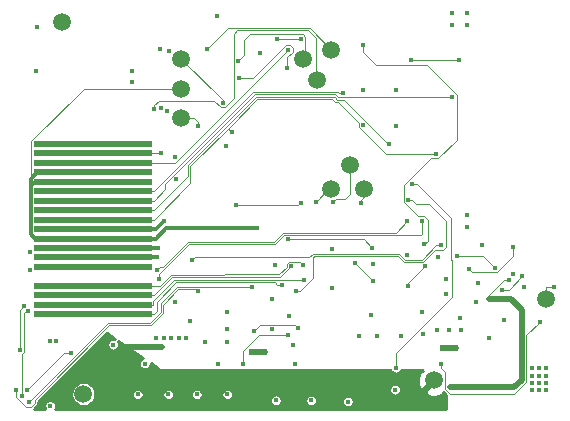
<source format=gbr>
G04 #@! TF.GenerationSoftware,KiCad,Pcbnew,(5.1.5)-3*
G04 #@! TF.CreationDate,2020-06-04T21:55:03-04:00*
G04 #@! TF.ProjectId,SmartWatch V4,536d6172-7457-4617-9463-682056342e6b,rev?*
G04 #@! TF.SameCoordinates,Original*
G04 #@! TF.FileFunction,Copper,L4,Bot*
G04 #@! TF.FilePolarity,Positive*
%FSLAX46Y46*%
G04 Gerber Fmt 4.6, Leading zero omitted, Abs format (unit mm)*
G04 Created by KiCad (PCBNEW (5.1.5)-3) date 2020-06-04 21:55:03*
%MOMM*%
%LPD*%
G04 APERTURE LIST*
%ADD10R,10.000000X0.500000*%
%ADD11C,1.500000*%
%ADD12R,1.600000X0.500000*%
%ADD13C,0.500000*%
%ADD14C,0.450000*%
%ADD15C,0.120000*%
%ADD16C,0.100000*%
%ADD17C,0.300000*%
%ADD18C,0.500000*%
%ADD19C,0.254000*%
G04 APERTURE END LIST*
D10*
X130450000Y-88800000D03*
X130450000Y-88000000D03*
X130450000Y-87200000D03*
X130450000Y-86400000D03*
X130450000Y-84800000D03*
X130450000Y-84000000D03*
X130450000Y-83200000D03*
X130450000Y-82400000D03*
X130450000Y-81600000D03*
X130450000Y-80800000D03*
X130450000Y-80000000D03*
X130450000Y-79200000D03*
X130450000Y-78400000D03*
X130450000Y-77600000D03*
X130450000Y-76800000D03*
X130450000Y-76000000D03*
X130450000Y-75200000D03*
X130450000Y-74400000D03*
D11*
X137900000Y-67200000D03*
X137900000Y-69700000D03*
X137900000Y-72200000D03*
D12*
X144400000Y-92000000D03*
D13*
X143850000Y-92000000D03*
X144950000Y-92000000D03*
D11*
X148200000Y-67200000D03*
X149400000Y-69000000D03*
X150600000Y-66400000D03*
X153400000Y-78200000D03*
X150600000Y-78200000D03*
X152200000Y-76200000D03*
D13*
X161150000Y-91700000D03*
X160050000Y-91700000D03*
D12*
X160600000Y-91700000D03*
D11*
X129603500Y-95567500D03*
X127800000Y-64100000D03*
X168732200Y-87553800D03*
X159300000Y-94400000D03*
D14*
X141000000Y-93000000D03*
X141800000Y-95600000D03*
X139200000Y-95600000D03*
X136800000Y-95600000D03*
X134200000Y-95600000D03*
X134800000Y-93000000D03*
X160274000Y-87122000D03*
X160274000Y-85852000D03*
X132130800Y-91389200D03*
X152908000Y-90678000D03*
X145900000Y-96100000D03*
X162100000Y-81400000D03*
X162100000Y-80400000D03*
X156100000Y-72900000D03*
X153300000Y-72800000D03*
X156100000Y-69800000D03*
X153300000Y-69800000D03*
X162100000Y-64300000D03*
X162100000Y-63300000D03*
X138600000Y-89400000D03*
X147000000Y-89000000D03*
X152000000Y-96200000D03*
X167600000Y-93400000D03*
X168200000Y-93400000D03*
X168800000Y-93400000D03*
X168800000Y-94000000D03*
X168200000Y-94000000D03*
X167600000Y-94000000D03*
X167600000Y-94600000D03*
X168200000Y-94600000D03*
X168800000Y-94600000D03*
X167600000Y-95200000D03*
X168200000Y-95200000D03*
X168800000Y-95200000D03*
X156464000Y-90678000D03*
X158400000Y-90500000D03*
X150650000Y-86550000D03*
X154150000Y-84550000D03*
X156000000Y-95200000D03*
X140900000Y-63600000D03*
X144595000Y-66685000D03*
X125700000Y-64500000D03*
X125600000Y-68200000D03*
X125075000Y-83550000D03*
X127810000Y-64090000D03*
X153924000Y-88900000D03*
X126754797Y-91033600D03*
X126796800Y-96570800D03*
X135763000Y-90805000D03*
X136398000Y-90805000D03*
X137033000Y-90805000D03*
X137668000Y-90805000D03*
X138303000Y-90805000D03*
X162839400Y-87807800D03*
X165227000Y-89255600D03*
X163906200Y-90805000D03*
X147320000Y-91414600D03*
X136170000Y-75200000D03*
X137347107Y-75472561D03*
X137460000Y-77400000D03*
X136400000Y-80920000D03*
X135820000Y-83970000D03*
X125065166Y-85065166D03*
X166940000Y-86520000D03*
X133700000Y-68200000D03*
X133700000Y-69150000D03*
X136150000Y-71350000D03*
X136650000Y-71600000D03*
X141700000Y-74550000D03*
X124866400Y-95199200D03*
X128524000Y-92100400D03*
X161493200Y-89154000D03*
X154432000Y-90678000D03*
X160800000Y-64300000D03*
X160800000Y-63300000D03*
X159600000Y-84000000D03*
X157000000Y-83800000D03*
X150650000Y-83300000D03*
X145800000Y-84600000D03*
X148900000Y-96100000D03*
X163347400Y-82956400D03*
X161594800Y-90144600D03*
X160528000Y-90170000D03*
X159512000Y-90170000D03*
X158242000Y-88646000D03*
X127304800Y-91033600D03*
X147497800Y-93014800D03*
X169450000Y-86490000D03*
X137380000Y-87760000D03*
X136100000Y-66350000D03*
X136850000Y-66500000D03*
X147500000Y-96100000D03*
X153000000Y-94200000D03*
X153600000Y-94200000D03*
X154200000Y-94200000D03*
X152400000Y-94400000D03*
X133604000Y-91567000D03*
X134239000Y-91567000D03*
X134874000Y-91567000D03*
X135509000Y-91567000D03*
X136271000Y-91567000D03*
X159650000Y-95950000D03*
X159050000Y-95950000D03*
X160250000Y-95950000D03*
X146000000Y-65500001D03*
X148000000Y-65500001D03*
X129603500Y-95567500D03*
X125018800Y-96266000D03*
X143840200Y-86505010D03*
X138800000Y-84225000D03*
X159909680Y-82957720D03*
X123920600Y-95250000D03*
X139344400Y-86880010D03*
X168224200Y-89433400D03*
X159918400Y-93040200D03*
X161442400Y-67310000D03*
X157327600Y-67310000D03*
X162991800Y-86188200D03*
X144018000Y-90220800D03*
X147800000Y-90000000D03*
X147600000Y-86800000D03*
X157130000Y-79130000D03*
X124409200Y-95758000D03*
X124923779Y-88501118D03*
X136042400Y-85801200D03*
X158295000Y-80900000D03*
X124206000Y-91795600D03*
X124561600Y-88087200D03*
X135839200Y-85039200D03*
X157025000Y-80900000D03*
X158481518Y-82881950D03*
X153300000Y-66000000D03*
X165970000Y-83150000D03*
X162230000Y-84990000D03*
X158503454Y-84749293D03*
X157073600Y-86410800D03*
X154149999Y-86010000D03*
X152630000Y-84460000D03*
X164440000Y-84890000D03*
X161213800Y-83870800D03*
X157400263Y-77780000D03*
X156070000Y-93340000D03*
X154080000Y-83170000D03*
X146970000Y-82470000D03*
X148300000Y-85900000D03*
X146400000Y-86300000D03*
X148200000Y-84600000D03*
X147207763Y-84747763D03*
X161692400Y-95000000D03*
X161159000Y-95000000D03*
X160651000Y-95000000D03*
X165980000Y-85430000D03*
X163931600Y-87503000D03*
X165650000Y-85934200D03*
X148005800Y-79375000D03*
X142510000Y-79580000D03*
X139300000Y-72900000D03*
X135960000Y-83160000D03*
X139900000Y-91200000D03*
X141800000Y-91200000D03*
X145600000Y-87500000D03*
X145600000Y-90100000D03*
X141800000Y-90100000D03*
X141800000Y-88600000D03*
X140462000Y-81534000D03*
X141224000Y-81534000D03*
X141986000Y-81534000D03*
X142748000Y-81534000D03*
X143510000Y-81534000D03*
X144272000Y-81534000D03*
X159470000Y-75240000D03*
X141400000Y-70900000D03*
X142200000Y-73400000D03*
X155490000Y-74400000D03*
X160830000Y-70410000D03*
X151560000Y-70040000D03*
X146930000Y-66420000D03*
X150750000Y-79270000D03*
X149270000Y-79270000D03*
X153140000Y-79430000D03*
X150600000Y-66400000D03*
X149310000Y-68700000D03*
X148375000Y-67200000D03*
X146850000Y-67960000D03*
X142740000Y-68820000D03*
X146970000Y-90590000D03*
X143140000Y-93030000D03*
X166735000Y-85610000D03*
X165030000Y-86740000D03*
X140050000Y-66350000D03*
X135600000Y-71450000D03*
X142714999Y-67350000D03*
D15*
X127800000Y-64100000D02*
X127810000Y-64090000D01*
X127685000Y-75200000D02*
X130450000Y-75200000D01*
D16*
X130450000Y-75200000D02*
X136170000Y-75200000D01*
D17*
X136400000Y-80950000D02*
X136400000Y-80920000D01*
X130450000Y-81600000D02*
X135750000Y-81600000D01*
X135750000Y-81600000D02*
X136400000Y-80950000D01*
X135780000Y-83970000D02*
X135820000Y-83970000D01*
X130450000Y-84000000D02*
X135750000Y-84000000D01*
X135750000Y-84000000D02*
X135780000Y-83970000D01*
D16*
X124866400Y-95199200D02*
X127965200Y-92100400D01*
X127965200Y-92100400D02*
X128524000Y-92100400D01*
X168735340Y-86490000D02*
X169450000Y-86490000D01*
X168732200Y-87553800D02*
X168732200Y-86493140D01*
X168732200Y-86493140D02*
X168735340Y-86490000D01*
D18*
X136271000Y-91567000D02*
X132969000Y-91567000D01*
D16*
X146000000Y-65500001D02*
X148000000Y-65500001D01*
X125018800Y-96266000D02*
X131724400Y-89560400D01*
X135209602Y-89560400D02*
X136144000Y-88626002D01*
X131724400Y-89560400D02*
X135209602Y-89560400D01*
X136144000Y-88626002D02*
X136144000Y-87884000D01*
X136144000Y-87884000D02*
X137522990Y-86505010D01*
X137522990Y-86505010D02*
X143840200Y-86505010D01*
D15*
X159467280Y-82957720D02*
X159909680Y-82957720D01*
X156815199Y-84185001D02*
X158239999Y-84185001D01*
X158239999Y-84185001D02*
X159467280Y-82957720D01*
X139024999Y-84000001D02*
X148729999Y-84000001D01*
X138800000Y-84225000D02*
X139024999Y-84000001D01*
X149040000Y-83690000D02*
X156330000Y-83690000D01*
X148729999Y-84000001D02*
X149040000Y-83690000D01*
X156330000Y-83699802D02*
X156815199Y-84185001D01*
X156330000Y-83690000D02*
X156330000Y-83699802D01*
D16*
X125198801Y-96641001D02*
X125476000Y-96363802D01*
X124737199Y-96641001D02*
X125198801Y-96641001D01*
X123920600Y-95250000D02*
X123920600Y-95824402D01*
X125476000Y-96363802D02*
X125476000Y-96091656D01*
X123920600Y-95824402D02*
X124737199Y-96641001D01*
X131807246Y-89760410D02*
X135292448Y-89760410D01*
X125476000Y-96091656D02*
X131807246Y-89760410D01*
X135292448Y-89760410D02*
X136344010Y-88708848D01*
X136344010Y-87988790D02*
X137627780Y-86705020D01*
X136344010Y-88708848D02*
X136344010Y-87988790D01*
X137627780Y-86705020D02*
X139169410Y-86705020D01*
X139169410Y-86705020D02*
X139344400Y-86880010D01*
X167100210Y-90557390D02*
X168224200Y-89433400D01*
X167100210Y-94526689D02*
X167100210Y-90557390D01*
X166051899Y-95575000D02*
X167100210Y-94526689D01*
X160660301Y-95575000D02*
X166051899Y-95575000D01*
X160250990Y-95165689D02*
X160660301Y-95575000D01*
X160250990Y-93690988D02*
X160250990Y-95165689D01*
X159918400Y-93358398D02*
X160250990Y-93690988D01*
X159918400Y-93040200D02*
X159918400Y-93358398D01*
X161442400Y-67310000D02*
X157327600Y-67310000D01*
D15*
X147514999Y-89714999D02*
X147800000Y-90000000D01*
X147969802Y-86800000D02*
X149040000Y-85729802D01*
X147600000Y-86800000D02*
X147969802Y-86800000D01*
X149040000Y-84030000D02*
X149159990Y-83910010D01*
X149040000Y-85729802D02*
X149040000Y-84030000D01*
X160294681Y-83142521D02*
X160294681Y-82294681D01*
X160094481Y-83342721D02*
X160294681Y-83142521D01*
X149159990Y-83910010D02*
X156229067Y-83910010D01*
X156229067Y-83910010D02*
X156724068Y-84405011D01*
X156724068Y-84405011D02*
X158331130Y-84405011D01*
X158331130Y-84405011D02*
X159393420Y-83342721D01*
X159393420Y-83342721D02*
X160094481Y-83342721D01*
D16*
X144731399Y-89714999D02*
X144523801Y-89714999D01*
X144523801Y-89714999D02*
X144018000Y-90220800D01*
D15*
X144731399Y-89714999D02*
X147514999Y-89714999D01*
D16*
X157448198Y-79130000D02*
X157758198Y-79440000D01*
X157130000Y-79130000D02*
X157448198Y-79130000D01*
X157758198Y-79440000D02*
X158840000Y-79440000D01*
X160290000Y-80890000D02*
X160290000Y-82280000D01*
X158840000Y-79440000D02*
X160290000Y-80890000D01*
D15*
X160294681Y-82294681D02*
X160290000Y-82280000D01*
D16*
X124581001Y-91975601D02*
X124581001Y-88716201D01*
X124409200Y-95758000D02*
X124409200Y-92147402D01*
X124409200Y-92147402D02*
X124581001Y-91975601D01*
X124581001Y-88716201D02*
X124796084Y-88501118D01*
X124796084Y-88501118D02*
X124923779Y-88501118D01*
X136042400Y-85394800D02*
X136042400Y-85801200D01*
X136042400Y-85394800D02*
X138582400Y-82854800D01*
X146608800Y-82092800D02*
X158202200Y-82092800D01*
X138582400Y-82854800D02*
X145846800Y-82854800D01*
X145846800Y-82854800D02*
X146608800Y-82092800D01*
X158202200Y-82092800D02*
X158295000Y-82000000D01*
X158295000Y-82000000D02*
X158295000Y-80900000D01*
X124206000Y-91795600D02*
X124206000Y-88442800D01*
X124206000Y-88442800D02*
X124561600Y-88087200D01*
X136064199Y-84814201D02*
X136340143Y-84814201D01*
X135839200Y-85039200D02*
X136064199Y-84814201D01*
X138499554Y-82654790D02*
X145763954Y-82654790D01*
X136340143Y-84814201D02*
X138499554Y-82654790D01*
X145763954Y-82654790D02*
X146525952Y-81892792D01*
X146525952Y-81892792D02*
X156032208Y-81892792D01*
X156032208Y-81892792D02*
X157025000Y-80900000D01*
X157969997Y-80524999D02*
X156754999Y-79310001D01*
X158757154Y-80807152D02*
X158475001Y-80524999D01*
X158660003Y-67685001D02*
X154415001Y-67685001D01*
X158481518Y-82881950D02*
X158757154Y-82606314D01*
X159010260Y-75615001D02*
X159650001Y-75615001D01*
X159650001Y-75615001D02*
X161205001Y-74060001D01*
X158757154Y-82606314D02*
X158757154Y-80807152D01*
X156754999Y-79310001D02*
X156754999Y-77870262D01*
X161205001Y-70229999D02*
X158660003Y-67685001D01*
X156754999Y-77870262D02*
X159010260Y-75615001D01*
X158475001Y-80524999D02*
X157969997Y-80524999D01*
X161205001Y-74060001D02*
X161205001Y-70229999D01*
X154415001Y-67685001D02*
X153300000Y-66570000D01*
X153300000Y-66570000D02*
X153300000Y-66000000D01*
X162505001Y-85265001D02*
X162230000Y-84990000D01*
X164620001Y-85265001D02*
X162505001Y-85265001D01*
X165970000Y-83150000D02*
X165970000Y-83915002D01*
X165970000Y-83915002D02*
X164620001Y-85265001D01*
X158503454Y-84749293D02*
X157073600Y-86179147D01*
X157073600Y-86179147D02*
X157073600Y-86410800D01*
X154149999Y-86010000D02*
X152630000Y-84490001D01*
X152630000Y-84490001D02*
X152630000Y-84460000D01*
X164440000Y-84890000D02*
X163420800Y-83870800D01*
X163420800Y-83870800D02*
X161213800Y-83870800D01*
D15*
X156070000Y-92099802D02*
X156070000Y-93340000D01*
X160835001Y-87334801D02*
X156070000Y-92099802D01*
X157824802Y-77780000D02*
X160734701Y-80689899D01*
X160734701Y-80689899D02*
X160734701Y-84174899D01*
X157400263Y-77780000D02*
X157824802Y-77780000D01*
X160734701Y-84174899D02*
X160835001Y-84275199D01*
X160835001Y-84275199D02*
X160835001Y-87334801D01*
X154080000Y-83170000D02*
X153380000Y-82470000D01*
X153380000Y-82470000D02*
X146970000Y-82470000D01*
X137300000Y-85900000D02*
X148300000Y-85900000D01*
X135500000Y-87700000D02*
X137300000Y-85900000D01*
X130450000Y-88000000D02*
X135500000Y-88000000D01*
X135500000Y-87700000D02*
X135500000Y-88000000D01*
X135570000Y-88800000D02*
X135800000Y-88570000D01*
X130450000Y-88800000D02*
X135570000Y-88800000D01*
X135800000Y-87800000D02*
X137479990Y-86120010D01*
X135800000Y-88570000D02*
X135800000Y-87800000D01*
X137479990Y-86120010D02*
X140100000Y-86120010D01*
X146400000Y-86300000D02*
X146000000Y-86300000D01*
X146000000Y-86300000D02*
X145820010Y-86120010D01*
X145820010Y-86120010D02*
X139379990Y-86120010D01*
X147022962Y-84362762D02*
X147962762Y-84362762D01*
X147962762Y-84362762D02*
X148200000Y-84600000D01*
X146822762Y-84562962D02*
X147022962Y-84362762D01*
X146822762Y-84777238D02*
X146822762Y-84562962D01*
X136058859Y-86400000D02*
X136998879Y-85459980D01*
X136998879Y-85459980D02*
X146000000Y-85400000D01*
X130450000Y-86400000D02*
X136058859Y-86400000D01*
X146000000Y-85400000D02*
X146200000Y-85400000D01*
X146200000Y-85400000D02*
X146822762Y-84777238D01*
X147207763Y-84747763D02*
X146275536Y-85679990D01*
X135570000Y-87200000D02*
X130450000Y-87200000D01*
X137090010Y-85679990D02*
X135570000Y-87200000D01*
X146275536Y-85679990D02*
X137090010Y-85679990D01*
D16*
X163931600Y-87478400D02*
X163931600Y-87503000D01*
D18*
X165785800Y-87503000D02*
X163931600Y-87503000D01*
X166700200Y-88417400D02*
X165785800Y-87503000D01*
X166700200Y-94361000D02*
X166700200Y-88417400D01*
X166061200Y-95000000D02*
X166700200Y-94361000D01*
X160651000Y-95000000D02*
X166061200Y-95000000D01*
D16*
X163931600Y-87184802D02*
X163931600Y-87503000D01*
X165182202Y-85934200D02*
X163931600Y-87184802D01*
X165650000Y-85934200D02*
X165182202Y-85934200D01*
X147904200Y-79273400D02*
X148005800Y-79375000D01*
X147800800Y-79580000D02*
X148005800Y-79375000D01*
X142510000Y-79580000D02*
X147800800Y-79580000D01*
X139300000Y-72539340D02*
X139300000Y-72900000D01*
X137900000Y-72200000D02*
X138960660Y-72200000D01*
X138960660Y-72200000D02*
X139300000Y-72539340D01*
D17*
X130490000Y-83160000D02*
X130450000Y-83200000D01*
X135960000Y-83160000D02*
X130490000Y-83160000D01*
X125549998Y-77600000D02*
X130450000Y-77600000D01*
X125199999Y-77949999D02*
X125549998Y-77600000D01*
X125549998Y-82400000D02*
X125199999Y-82050001D01*
X130450000Y-82400000D02*
X125549998Y-82400000D01*
X125700000Y-76800000D02*
X130450000Y-76800000D01*
X125199999Y-78099999D02*
X125150000Y-78050000D01*
X125199999Y-82050001D02*
X125199999Y-78099999D01*
X125150000Y-77350000D02*
X125700000Y-76800000D01*
X125199999Y-78099999D02*
X125199999Y-77949999D01*
X143953802Y-81534000D02*
X144272000Y-81534000D01*
X136616000Y-81534000D02*
X143953802Y-81534000D01*
X135750000Y-82400000D02*
X136616000Y-81534000D01*
X130450000Y-82400000D02*
X135750000Y-82400000D01*
D16*
X125200000Y-74129998D02*
X125200000Y-77800000D01*
X129629998Y-69700000D02*
X125200000Y-74129998D01*
X137900000Y-69700000D02*
X129629998Y-69700000D01*
D17*
X125150000Y-78050000D02*
X125200000Y-77800000D01*
X125200000Y-77800000D02*
X125150000Y-77350000D01*
D16*
X135550000Y-80800000D02*
X138670000Y-77680000D01*
X130450000Y-80800000D02*
X135550000Y-80800000D01*
X138670000Y-77680000D02*
X138670000Y-76290000D01*
X144339990Y-70620010D02*
X150690010Y-70620010D01*
X150690010Y-70620010D02*
X150940000Y-70870000D01*
X151175000Y-70870000D02*
X152924999Y-72619999D01*
X150940000Y-70870000D02*
X151175000Y-70870000D01*
X155184998Y-75240000D02*
X159470000Y-75240000D01*
X152924999Y-72980001D02*
X155184998Y-75240000D01*
X152924999Y-72619999D02*
X152924999Y-72980001D01*
X137900000Y-67200000D02*
X141400000Y-70700000D01*
X141400000Y-70700000D02*
X141400000Y-70900000D01*
X141975001Y-73024999D02*
X142100000Y-72900000D01*
X142200000Y-73400000D02*
X141975001Y-73175001D01*
X141975001Y-73175001D02*
X141975001Y-73024999D01*
X138670000Y-76290000D02*
X142100000Y-72900000D01*
X142100000Y-72900000D02*
X144339990Y-70620010D01*
X135550000Y-80000000D02*
X138450000Y-77100000D01*
X130450000Y-80000000D02*
X135550000Y-80000000D01*
X138450000Y-77100000D02*
X138450000Y-76210000D01*
X138450000Y-76210000D02*
X144240000Y-70420000D01*
X150907134Y-70420000D02*
X151117134Y-70630000D01*
X144240000Y-70420000D02*
X150907134Y-70420000D01*
X151685002Y-70630000D02*
X155420000Y-74364998D01*
X151117134Y-70630000D02*
X151685002Y-70630000D01*
X155420000Y-74364998D02*
X155454998Y-74364998D01*
X155454998Y-74364998D02*
X155490000Y-74400000D01*
X136520000Y-77784998D02*
X144134988Y-70170010D01*
X136520000Y-78230000D02*
X136520000Y-77784998D01*
X130450000Y-79200000D02*
X135550000Y-79200000D01*
X135550000Y-79200000D02*
X136520000Y-78230000D01*
X144134988Y-70170010D02*
X150940000Y-70170010D01*
X160824999Y-70415001D02*
X160830000Y-70410000D01*
X150940000Y-70170010D02*
X151184991Y-70415001D01*
X151184991Y-70415001D02*
X160824999Y-70415001D01*
X135550000Y-78400000D02*
X143980000Y-69970000D01*
X130450000Y-78400000D02*
X135550000Y-78400000D01*
X143980000Y-69970000D02*
X151170000Y-69970000D01*
X151240000Y-70040000D02*
X151560000Y-70040000D01*
X151170000Y-69970000D02*
X151240000Y-70040000D01*
D15*
X130450000Y-76000000D02*
X127300000Y-76000000D01*
D16*
X130450000Y-76000000D02*
X137350000Y-76000000D01*
X137350000Y-76000000D02*
X146930000Y-66420000D01*
X150974999Y-79045001D02*
X151754999Y-79045001D01*
X150750000Y-79270000D02*
X150974999Y-79045001D01*
X152200000Y-78600000D02*
X152200000Y-76200000D01*
X151754999Y-79045001D02*
X152200000Y-78600000D01*
X150340000Y-78200000D02*
X150600000Y-78200000D01*
X149270000Y-79270000D02*
X150340000Y-78200000D01*
X153400000Y-78851802D02*
X153400000Y-78200000D01*
X153140000Y-79111802D02*
X153400000Y-78851802D01*
X153140000Y-79430000D02*
X153140000Y-79111802D01*
X149400000Y-69000000D02*
X149400000Y-68790000D01*
X149400000Y-68790000D02*
X149310000Y-68700000D01*
D15*
X143960198Y-68820000D02*
X142740000Y-68820000D01*
X146745199Y-66034999D02*
X143960198Y-68820000D01*
X146850000Y-67069802D02*
X147315001Y-66604801D01*
X146850000Y-67960000D02*
X146850000Y-67069802D01*
X147315001Y-66604801D02*
X147315001Y-66235199D01*
X147315001Y-66235199D02*
X147114801Y-66034999D01*
X147114801Y-66034999D02*
X146745199Y-66034999D01*
X143140000Y-91921998D02*
X143140000Y-93030000D01*
X146970000Y-90590000D02*
X144471998Y-90590000D01*
X144471998Y-90590000D02*
X143140000Y-91921998D01*
D16*
X166735000Y-85610000D02*
X165605000Y-86740000D01*
X165605000Y-86740000D02*
X165030000Y-86740000D01*
X141850000Y-64550000D02*
X140050000Y-66350000D01*
X150600000Y-66400000D02*
X148750000Y-64550000D01*
X148750000Y-64550000D02*
X141850000Y-64550000D01*
X142339999Y-70515003D02*
X142339999Y-65060001D01*
X141580001Y-71275001D02*
X142339999Y-70515003D01*
X135600000Y-71131802D02*
X136011803Y-70719999D01*
X135600000Y-71450000D02*
X135600000Y-71131802D01*
X140664997Y-70719999D02*
X141219999Y-71275001D01*
X142339999Y-65060001D02*
X142649990Y-64750010D01*
X136011803Y-70719999D02*
X140664997Y-70719999D01*
X141219999Y-71275001D02*
X141580001Y-71275001D01*
X142649990Y-64750010D02*
X148600010Y-64750010D01*
X149310000Y-68381802D02*
X149310000Y-68700000D01*
X149310000Y-65460000D02*
X149310000Y-68381802D01*
X148600010Y-64750010D02*
X149310000Y-65460000D01*
X148180001Y-65125000D02*
X148375001Y-65320000D01*
X143225000Y-65625000D02*
X143750000Y-65100000D01*
X143750000Y-65100000D02*
X148180001Y-65125000D01*
X143225000Y-66839999D02*
X143225000Y-65625000D01*
X148375001Y-65320000D02*
X148375000Y-67200000D01*
X142714999Y-67350000D02*
X143225000Y-66839999D01*
D19*
G36*
X132316955Y-90922947D02*
G01*
X132277228Y-90906492D01*
X132180243Y-90887200D01*
X132081357Y-90887200D01*
X131984372Y-90906492D01*
X131893014Y-90944333D01*
X131810794Y-90999271D01*
X131740871Y-91069194D01*
X131685933Y-91151414D01*
X131648092Y-91242772D01*
X131628800Y-91339757D01*
X131628800Y-91438643D01*
X131648092Y-91535628D01*
X131685933Y-91626986D01*
X131740871Y-91709206D01*
X131810794Y-91779129D01*
X131893014Y-91834067D01*
X131984372Y-91871908D01*
X132081357Y-91891200D01*
X132180243Y-91891200D01*
X132277228Y-91871908D01*
X132368586Y-91834067D01*
X132450806Y-91779129D01*
X132520729Y-91709206D01*
X132575667Y-91626986D01*
X132613508Y-91535628D01*
X132632800Y-91438643D01*
X132632800Y-91339757D01*
X132613508Y-91242772D01*
X132575667Y-91151414D01*
X132520729Y-91069194D01*
X132495289Y-91043754D01*
X134666666Y-92514687D01*
X134653572Y-92517292D01*
X134562214Y-92555133D01*
X134479994Y-92610071D01*
X134410071Y-92679994D01*
X134355133Y-92762214D01*
X134317292Y-92853572D01*
X134298000Y-92950557D01*
X134298000Y-93049443D01*
X134317292Y-93146428D01*
X134355133Y-93237786D01*
X134410071Y-93320006D01*
X134479994Y-93389929D01*
X134562214Y-93444867D01*
X134653572Y-93482708D01*
X134750557Y-93502000D01*
X134849443Y-93502000D01*
X134946428Y-93482708D01*
X135037786Y-93444867D01*
X135120006Y-93389929D01*
X135189929Y-93320006D01*
X135244867Y-93237786D01*
X135282708Y-93146428D01*
X135302000Y-93049443D01*
X135302000Y-92950557D01*
X135300740Y-92944221D01*
X136128772Y-93505146D01*
X136150654Y-93517021D01*
X136174432Y-93524400D01*
X136200000Y-93527000D01*
X143065421Y-93527000D01*
X143090557Y-93532000D01*
X143189443Y-93532000D01*
X143214579Y-93527000D01*
X155604097Y-93527000D01*
X155625133Y-93577786D01*
X155680071Y-93660006D01*
X155749994Y-93729929D01*
X155832214Y-93784867D01*
X155923572Y-93822708D01*
X156020557Y-93842000D01*
X156119443Y-93842000D01*
X156216428Y-93822708D01*
X156307786Y-93784867D01*
X156390006Y-93729929D01*
X156459929Y-93660006D01*
X156514867Y-93577786D01*
X156535903Y-93527000D01*
X158247392Y-93527000D01*
X158343005Y-93622613D01*
X158104140Y-93688137D01*
X157988240Y-93935116D01*
X157922750Y-94199960D01*
X157910188Y-94472492D01*
X157951035Y-94742238D01*
X158043723Y-94998832D01*
X158104140Y-95111863D01*
X158343007Y-95177388D01*
X159120395Y-94400000D01*
X159106253Y-94385858D01*
X159285858Y-94206253D01*
X159300000Y-94220395D01*
X159314143Y-94206253D01*
X159493748Y-94385858D01*
X159479605Y-94400000D01*
X159493748Y-94414143D01*
X159314143Y-94593748D01*
X159300000Y-94579605D01*
X158522612Y-95356993D01*
X158588137Y-95595860D01*
X158835116Y-95711760D01*
X159099960Y-95777250D01*
X159372492Y-95789812D01*
X159642238Y-95748965D01*
X159898832Y-95656277D01*
X160011863Y-95595860D01*
X160056391Y-95433537D01*
X160273000Y-95650147D01*
X160273000Y-96873000D01*
X127198627Y-96873000D01*
X127241667Y-96808586D01*
X127279508Y-96717228D01*
X127298800Y-96620243D01*
X127298800Y-96521357D01*
X127279508Y-96424372D01*
X127241667Y-96333014D01*
X127186729Y-96250794D01*
X127116806Y-96180871D01*
X127034586Y-96125933D01*
X126943228Y-96088092D01*
X126846243Y-96068800D01*
X126747357Y-96068800D01*
X126650372Y-96088092D01*
X126559014Y-96125933D01*
X126476794Y-96180871D01*
X126406871Y-96250794D01*
X126351933Y-96333014D01*
X126314092Y-96424372D01*
X126294800Y-96521357D01*
X126294800Y-96620243D01*
X126314092Y-96717228D01*
X126351933Y-96808586D01*
X126394973Y-96873000D01*
X125431426Y-96873000D01*
X125441389Y-96860860D01*
X125695865Y-96606385D01*
X125708343Y-96596145D01*
X125749206Y-96546352D01*
X125779570Y-96489545D01*
X125789002Y-96458451D01*
X125798268Y-96427906D01*
X125804582Y-96363802D01*
X125803000Y-96347741D01*
X125803000Y-96227103D01*
X126563754Y-95466349D01*
X128576500Y-95466349D01*
X128576500Y-95668651D01*
X128615967Y-95867065D01*
X128693385Y-96053967D01*
X128805777Y-96222174D01*
X128948826Y-96365223D01*
X129117033Y-96477615D01*
X129303935Y-96555033D01*
X129502349Y-96594500D01*
X129704651Y-96594500D01*
X129903065Y-96555033D01*
X130089967Y-96477615D01*
X130258174Y-96365223D01*
X130401223Y-96222174D01*
X130513615Y-96053967D01*
X130591033Y-95867065D01*
X130630500Y-95668651D01*
X130630500Y-95550557D01*
X133698000Y-95550557D01*
X133698000Y-95649443D01*
X133717292Y-95746428D01*
X133755133Y-95837786D01*
X133810071Y-95920006D01*
X133879994Y-95989929D01*
X133962214Y-96044867D01*
X134053572Y-96082708D01*
X134150557Y-96102000D01*
X134249443Y-96102000D01*
X134346428Y-96082708D01*
X134437786Y-96044867D01*
X134520006Y-95989929D01*
X134589929Y-95920006D01*
X134644867Y-95837786D01*
X134682708Y-95746428D01*
X134702000Y-95649443D01*
X134702000Y-95550557D01*
X136298000Y-95550557D01*
X136298000Y-95649443D01*
X136317292Y-95746428D01*
X136355133Y-95837786D01*
X136410071Y-95920006D01*
X136479994Y-95989929D01*
X136562214Y-96044867D01*
X136653572Y-96082708D01*
X136750557Y-96102000D01*
X136849443Y-96102000D01*
X136946428Y-96082708D01*
X137037786Y-96044867D01*
X137120006Y-95989929D01*
X137189929Y-95920006D01*
X137244867Y-95837786D01*
X137282708Y-95746428D01*
X137302000Y-95649443D01*
X137302000Y-95550557D01*
X138698000Y-95550557D01*
X138698000Y-95649443D01*
X138717292Y-95746428D01*
X138755133Y-95837786D01*
X138810071Y-95920006D01*
X138879994Y-95989929D01*
X138962214Y-96044867D01*
X139053572Y-96082708D01*
X139150557Y-96102000D01*
X139249443Y-96102000D01*
X139346428Y-96082708D01*
X139437786Y-96044867D01*
X139520006Y-95989929D01*
X139589929Y-95920006D01*
X139644867Y-95837786D01*
X139682708Y-95746428D01*
X139702000Y-95649443D01*
X139702000Y-95550557D01*
X141298000Y-95550557D01*
X141298000Y-95649443D01*
X141317292Y-95746428D01*
X141355133Y-95837786D01*
X141410071Y-95920006D01*
X141479994Y-95989929D01*
X141562214Y-96044867D01*
X141653572Y-96082708D01*
X141750557Y-96102000D01*
X141849443Y-96102000D01*
X141946428Y-96082708D01*
X142024048Y-96050557D01*
X145398000Y-96050557D01*
X145398000Y-96149443D01*
X145417292Y-96246428D01*
X145455133Y-96337786D01*
X145510071Y-96420006D01*
X145579994Y-96489929D01*
X145662214Y-96544867D01*
X145753572Y-96582708D01*
X145850557Y-96602000D01*
X145949443Y-96602000D01*
X146046428Y-96582708D01*
X146137786Y-96544867D01*
X146220006Y-96489929D01*
X146289929Y-96420006D01*
X146344867Y-96337786D01*
X146382708Y-96246428D01*
X146402000Y-96149443D01*
X146402000Y-96050557D01*
X148398000Y-96050557D01*
X148398000Y-96149443D01*
X148417292Y-96246428D01*
X148455133Y-96337786D01*
X148510071Y-96420006D01*
X148579994Y-96489929D01*
X148662214Y-96544867D01*
X148753572Y-96582708D01*
X148850557Y-96602000D01*
X148949443Y-96602000D01*
X149046428Y-96582708D01*
X149137786Y-96544867D01*
X149220006Y-96489929D01*
X149289929Y-96420006D01*
X149344867Y-96337786D01*
X149382708Y-96246428D01*
X149401778Y-96150557D01*
X151498000Y-96150557D01*
X151498000Y-96249443D01*
X151517292Y-96346428D01*
X151555133Y-96437786D01*
X151610071Y-96520006D01*
X151679994Y-96589929D01*
X151762214Y-96644867D01*
X151853572Y-96682708D01*
X151950557Y-96702000D01*
X152049443Y-96702000D01*
X152146428Y-96682708D01*
X152237786Y-96644867D01*
X152320006Y-96589929D01*
X152389929Y-96520006D01*
X152444867Y-96437786D01*
X152482708Y-96346428D01*
X152502000Y-96249443D01*
X152502000Y-96150557D01*
X152482708Y-96053572D01*
X152444867Y-95962214D01*
X152389929Y-95879994D01*
X152320006Y-95810071D01*
X152237786Y-95755133D01*
X152146428Y-95717292D01*
X152049443Y-95698000D01*
X151950557Y-95698000D01*
X151853572Y-95717292D01*
X151762214Y-95755133D01*
X151679994Y-95810071D01*
X151610071Y-95879994D01*
X151555133Y-95962214D01*
X151517292Y-96053572D01*
X151498000Y-96150557D01*
X149401778Y-96150557D01*
X149402000Y-96149443D01*
X149402000Y-96050557D01*
X149382708Y-95953572D01*
X149344867Y-95862214D01*
X149289929Y-95779994D01*
X149220006Y-95710071D01*
X149137786Y-95655133D01*
X149046428Y-95617292D01*
X148949443Y-95598000D01*
X148850557Y-95598000D01*
X148753572Y-95617292D01*
X148662214Y-95655133D01*
X148579994Y-95710071D01*
X148510071Y-95779994D01*
X148455133Y-95862214D01*
X148417292Y-95953572D01*
X148398000Y-96050557D01*
X146402000Y-96050557D01*
X146382708Y-95953572D01*
X146344867Y-95862214D01*
X146289929Y-95779994D01*
X146220006Y-95710071D01*
X146137786Y-95655133D01*
X146046428Y-95617292D01*
X145949443Y-95598000D01*
X145850557Y-95598000D01*
X145753572Y-95617292D01*
X145662214Y-95655133D01*
X145579994Y-95710071D01*
X145510071Y-95779994D01*
X145455133Y-95862214D01*
X145417292Y-95953572D01*
X145398000Y-96050557D01*
X142024048Y-96050557D01*
X142037786Y-96044867D01*
X142120006Y-95989929D01*
X142189929Y-95920006D01*
X142244867Y-95837786D01*
X142282708Y-95746428D01*
X142302000Y-95649443D01*
X142302000Y-95550557D01*
X142282708Y-95453572D01*
X142244867Y-95362214D01*
X142189929Y-95279994D01*
X142120006Y-95210071D01*
X142037786Y-95155133D01*
X142026739Y-95150557D01*
X155498000Y-95150557D01*
X155498000Y-95249443D01*
X155517292Y-95346428D01*
X155555133Y-95437786D01*
X155610071Y-95520006D01*
X155679994Y-95589929D01*
X155762214Y-95644867D01*
X155853572Y-95682708D01*
X155950557Y-95702000D01*
X156049443Y-95702000D01*
X156146428Y-95682708D01*
X156237786Y-95644867D01*
X156320006Y-95589929D01*
X156389929Y-95520006D01*
X156444867Y-95437786D01*
X156482708Y-95346428D01*
X156502000Y-95249443D01*
X156502000Y-95150557D01*
X156482708Y-95053572D01*
X156444867Y-94962214D01*
X156389929Y-94879994D01*
X156320006Y-94810071D01*
X156237786Y-94755133D01*
X156146428Y-94717292D01*
X156049443Y-94698000D01*
X155950557Y-94698000D01*
X155853572Y-94717292D01*
X155762214Y-94755133D01*
X155679994Y-94810071D01*
X155610071Y-94879994D01*
X155555133Y-94962214D01*
X155517292Y-95053572D01*
X155498000Y-95150557D01*
X142026739Y-95150557D01*
X141946428Y-95117292D01*
X141849443Y-95098000D01*
X141750557Y-95098000D01*
X141653572Y-95117292D01*
X141562214Y-95155133D01*
X141479994Y-95210071D01*
X141410071Y-95279994D01*
X141355133Y-95362214D01*
X141317292Y-95453572D01*
X141298000Y-95550557D01*
X139702000Y-95550557D01*
X139682708Y-95453572D01*
X139644867Y-95362214D01*
X139589929Y-95279994D01*
X139520006Y-95210071D01*
X139437786Y-95155133D01*
X139346428Y-95117292D01*
X139249443Y-95098000D01*
X139150557Y-95098000D01*
X139053572Y-95117292D01*
X138962214Y-95155133D01*
X138879994Y-95210071D01*
X138810071Y-95279994D01*
X138755133Y-95362214D01*
X138717292Y-95453572D01*
X138698000Y-95550557D01*
X137302000Y-95550557D01*
X137282708Y-95453572D01*
X137244867Y-95362214D01*
X137189929Y-95279994D01*
X137120006Y-95210071D01*
X137037786Y-95155133D01*
X136946428Y-95117292D01*
X136849443Y-95098000D01*
X136750557Y-95098000D01*
X136653572Y-95117292D01*
X136562214Y-95155133D01*
X136479994Y-95210071D01*
X136410071Y-95279994D01*
X136355133Y-95362214D01*
X136317292Y-95453572D01*
X136298000Y-95550557D01*
X134702000Y-95550557D01*
X134682708Y-95453572D01*
X134644867Y-95362214D01*
X134589929Y-95279994D01*
X134520006Y-95210071D01*
X134437786Y-95155133D01*
X134346428Y-95117292D01*
X134249443Y-95098000D01*
X134150557Y-95098000D01*
X134053572Y-95117292D01*
X133962214Y-95155133D01*
X133879994Y-95210071D01*
X133810071Y-95279994D01*
X133755133Y-95362214D01*
X133717292Y-95453572D01*
X133698000Y-95550557D01*
X130630500Y-95550557D01*
X130630500Y-95466349D01*
X130591033Y-95267935D01*
X130513615Y-95081033D01*
X130401223Y-94912826D01*
X130258174Y-94769777D01*
X130089967Y-94657385D01*
X129903065Y-94579967D01*
X129704651Y-94540500D01*
X129502349Y-94540500D01*
X129303935Y-94579967D01*
X129117033Y-94657385D01*
X128948826Y-94769777D01*
X128805777Y-94912826D01*
X128693385Y-95081033D01*
X128615967Y-95267935D01*
X128576500Y-95466349D01*
X126563754Y-95466349D01*
X131595729Y-90434375D01*
X132316955Y-90922947D01*
G37*
X132316955Y-90922947D02*
X132277228Y-90906492D01*
X132180243Y-90887200D01*
X132081357Y-90887200D01*
X131984372Y-90906492D01*
X131893014Y-90944333D01*
X131810794Y-90999271D01*
X131740871Y-91069194D01*
X131685933Y-91151414D01*
X131648092Y-91242772D01*
X131628800Y-91339757D01*
X131628800Y-91438643D01*
X131648092Y-91535628D01*
X131685933Y-91626986D01*
X131740871Y-91709206D01*
X131810794Y-91779129D01*
X131893014Y-91834067D01*
X131984372Y-91871908D01*
X132081357Y-91891200D01*
X132180243Y-91891200D01*
X132277228Y-91871908D01*
X132368586Y-91834067D01*
X132450806Y-91779129D01*
X132520729Y-91709206D01*
X132575667Y-91626986D01*
X132613508Y-91535628D01*
X132632800Y-91438643D01*
X132632800Y-91339757D01*
X132613508Y-91242772D01*
X132575667Y-91151414D01*
X132520729Y-91069194D01*
X132495289Y-91043754D01*
X134666666Y-92514687D01*
X134653572Y-92517292D01*
X134562214Y-92555133D01*
X134479994Y-92610071D01*
X134410071Y-92679994D01*
X134355133Y-92762214D01*
X134317292Y-92853572D01*
X134298000Y-92950557D01*
X134298000Y-93049443D01*
X134317292Y-93146428D01*
X134355133Y-93237786D01*
X134410071Y-93320006D01*
X134479994Y-93389929D01*
X134562214Y-93444867D01*
X134653572Y-93482708D01*
X134750557Y-93502000D01*
X134849443Y-93502000D01*
X134946428Y-93482708D01*
X135037786Y-93444867D01*
X135120006Y-93389929D01*
X135189929Y-93320006D01*
X135244867Y-93237786D01*
X135282708Y-93146428D01*
X135302000Y-93049443D01*
X135302000Y-92950557D01*
X135300740Y-92944221D01*
X136128772Y-93505146D01*
X136150654Y-93517021D01*
X136174432Y-93524400D01*
X136200000Y-93527000D01*
X143065421Y-93527000D01*
X143090557Y-93532000D01*
X143189443Y-93532000D01*
X143214579Y-93527000D01*
X155604097Y-93527000D01*
X155625133Y-93577786D01*
X155680071Y-93660006D01*
X155749994Y-93729929D01*
X155832214Y-93784867D01*
X155923572Y-93822708D01*
X156020557Y-93842000D01*
X156119443Y-93842000D01*
X156216428Y-93822708D01*
X156307786Y-93784867D01*
X156390006Y-93729929D01*
X156459929Y-93660006D01*
X156514867Y-93577786D01*
X156535903Y-93527000D01*
X158247392Y-93527000D01*
X158343005Y-93622613D01*
X158104140Y-93688137D01*
X157988240Y-93935116D01*
X157922750Y-94199960D01*
X157910188Y-94472492D01*
X157951035Y-94742238D01*
X158043723Y-94998832D01*
X158104140Y-95111863D01*
X158343007Y-95177388D01*
X159120395Y-94400000D01*
X159106253Y-94385858D01*
X159285858Y-94206253D01*
X159300000Y-94220395D01*
X159314143Y-94206253D01*
X159493748Y-94385858D01*
X159479605Y-94400000D01*
X159493748Y-94414143D01*
X159314143Y-94593748D01*
X159300000Y-94579605D01*
X158522612Y-95356993D01*
X158588137Y-95595860D01*
X158835116Y-95711760D01*
X159099960Y-95777250D01*
X159372492Y-95789812D01*
X159642238Y-95748965D01*
X159898832Y-95656277D01*
X160011863Y-95595860D01*
X160056391Y-95433537D01*
X160273000Y-95650147D01*
X160273000Y-96873000D01*
X127198627Y-96873000D01*
X127241667Y-96808586D01*
X127279508Y-96717228D01*
X127298800Y-96620243D01*
X127298800Y-96521357D01*
X127279508Y-96424372D01*
X127241667Y-96333014D01*
X127186729Y-96250794D01*
X127116806Y-96180871D01*
X127034586Y-96125933D01*
X126943228Y-96088092D01*
X126846243Y-96068800D01*
X126747357Y-96068800D01*
X126650372Y-96088092D01*
X126559014Y-96125933D01*
X126476794Y-96180871D01*
X126406871Y-96250794D01*
X126351933Y-96333014D01*
X126314092Y-96424372D01*
X126294800Y-96521357D01*
X126294800Y-96620243D01*
X126314092Y-96717228D01*
X126351933Y-96808586D01*
X126394973Y-96873000D01*
X125431426Y-96873000D01*
X125441389Y-96860860D01*
X125695865Y-96606385D01*
X125708343Y-96596145D01*
X125749206Y-96546352D01*
X125779570Y-96489545D01*
X125789002Y-96458451D01*
X125798268Y-96427906D01*
X125804582Y-96363802D01*
X125803000Y-96347741D01*
X125803000Y-96227103D01*
X126563754Y-95466349D01*
X128576500Y-95466349D01*
X128576500Y-95668651D01*
X128615967Y-95867065D01*
X128693385Y-96053967D01*
X128805777Y-96222174D01*
X128948826Y-96365223D01*
X129117033Y-96477615D01*
X129303935Y-96555033D01*
X129502349Y-96594500D01*
X129704651Y-96594500D01*
X129903065Y-96555033D01*
X130089967Y-96477615D01*
X130258174Y-96365223D01*
X130401223Y-96222174D01*
X130513615Y-96053967D01*
X130591033Y-95867065D01*
X130630500Y-95668651D01*
X130630500Y-95550557D01*
X133698000Y-95550557D01*
X133698000Y-95649443D01*
X133717292Y-95746428D01*
X133755133Y-95837786D01*
X133810071Y-95920006D01*
X133879994Y-95989929D01*
X133962214Y-96044867D01*
X134053572Y-96082708D01*
X134150557Y-96102000D01*
X134249443Y-96102000D01*
X134346428Y-96082708D01*
X134437786Y-96044867D01*
X134520006Y-95989929D01*
X134589929Y-95920006D01*
X134644867Y-95837786D01*
X134682708Y-95746428D01*
X134702000Y-95649443D01*
X134702000Y-95550557D01*
X136298000Y-95550557D01*
X136298000Y-95649443D01*
X136317292Y-95746428D01*
X136355133Y-95837786D01*
X136410071Y-95920006D01*
X136479994Y-95989929D01*
X136562214Y-96044867D01*
X136653572Y-96082708D01*
X136750557Y-96102000D01*
X136849443Y-96102000D01*
X136946428Y-96082708D01*
X137037786Y-96044867D01*
X137120006Y-95989929D01*
X137189929Y-95920006D01*
X137244867Y-95837786D01*
X137282708Y-95746428D01*
X137302000Y-95649443D01*
X137302000Y-95550557D01*
X138698000Y-95550557D01*
X138698000Y-95649443D01*
X138717292Y-95746428D01*
X138755133Y-95837786D01*
X138810071Y-95920006D01*
X138879994Y-95989929D01*
X138962214Y-96044867D01*
X139053572Y-96082708D01*
X139150557Y-96102000D01*
X139249443Y-96102000D01*
X139346428Y-96082708D01*
X139437786Y-96044867D01*
X139520006Y-95989929D01*
X139589929Y-95920006D01*
X139644867Y-95837786D01*
X139682708Y-95746428D01*
X139702000Y-95649443D01*
X139702000Y-95550557D01*
X141298000Y-95550557D01*
X141298000Y-95649443D01*
X141317292Y-95746428D01*
X141355133Y-95837786D01*
X141410071Y-95920006D01*
X141479994Y-95989929D01*
X141562214Y-96044867D01*
X141653572Y-96082708D01*
X141750557Y-96102000D01*
X141849443Y-96102000D01*
X141946428Y-96082708D01*
X142024048Y-96050557D01*
X145398000Y-96050557D01*
X145398000Y-96149443D01*
X145417292Y-96246428D01*
X145455133Y-96337786D01*
X145510071Y-96420006D01*
X145579994Y-96489929D01*
X145662214Y-96544867D01*
X145753572Y-96582708D01*
X145850557Y-96602000D01*
X145949443Y-96602000D01*
X146046428Y-96582708D01*
X146137786Y-96544867D01*
X146220006Y-96489929D01*
X146289929Y-96420006D01*
X146344867Y-96337786D01*
X146382708Y-96246428D01*
X146402000Y-96149443D01*
X146402000Y-96050557D01*
X148398000Y-96050557D01*
X148398000Y-96149443D01*
X148417292Y-96246428D01*
X148455133Y-96337786D01*
X148510071Y-96420006D01*
X148579994Y-96489929D01*
X148662214Y-96544867D01*
X148753572Y-96582708D01*
X148850557Y-96602000D01*
X148949443Y-96602000D01*
X149046428Y-96582708D01*
X149137786Y-96544867D01*
X149220006Y-96489929D01*
X149289929Y-96420006D01*
X149344867Y-96337786D01*
X149382708Y-96246428D01*
X149401778Y-96150557D01*
X151498000Y-96150557D01*
X151498000Y-96249443D01*
X151517292Y-96346428D01*
X151555133Y-96437786D01*
X151610071Y-96520006D01*
X151679994Y-96589929D01*
X151762214Y-96644867D01*
X151853572Y-96682708D01*
X151950557Y-96702000D01*
X152049443Y-96702000D01*
X152146428Y-96682708D01*
X152237786Y-96644867D01*
X152320006Y-96589929D01*
X152389929Y-96520006D01*
X152444867Y-96437786D01*
X152482708Y-96346428D01*
X152502000Y-96249443D01*
X152502000Y-96150557D01*
X152482708Y-96053572D01*
X152444867Y-95962214D01*
X152389929Y-95879994D01*
X152320006Y-95810071D01*
X152237786Y-95755133D01*
X152146428Y-95717292D01*
X152049443Y-95698000D01*
X151950557Y-95698000D01*
X151853572Y-95717292D01*
X151762214Y-95755133D01*
X151679994Y-95810071D01*
X151610071Y-95879994D01*
X151555133Y-95962214D01*
X151517292Y-96053572D01*
X151498000Y-96150557D01*
X149401778Y-96150557D01*
X149402000Y-96149443D01*
X149402000Y-96050557D01*
X149382708Y-95953572D01*
X149344867Y-95862214D01*
X149289929Y-95779994D01*
X149220006Y-95710071D01*
X149137786Y-95655133D01*
X149046428Y-95617292D01*
X148949443Y-95598000D01*
X148850557Y-95598000D01*
X148753572Y-95617292D01*
X148662214Y-95655133D01*
X148579994Y-95710071D01*
X148510071Y-95779994D01*
X148455133Y-95862214D01*
X148417292Y-95953572D01*
X148398000Y-96050557D01*
X146402000Y-96050557D01*
X146382708Y-95953572D01*
X146344867Y-95862214D01*
X146289929Y-95779994D01*
X146220006Y-95710071D01*
X146137786Y-95655133D01*
X146046428Y-95617292D01*
X145949443Y-95598000D01*
X145850557Y-95598000D01*
X145753572Y-95617292D01*
X145662214Y-95655133D01*
X145579994Y-95710071D01*
X145510071Y-95779994D01*
X145455133Y-95862214D01*
X145417292Y-95953572D01*
X145398000Y-96050557D01*
X142024048Y-96050557D01*
X142037786Y-96044867D01*
X142120006Y-95989929D01*
X142189929Y-95920006D01*
X142244867Y-95837786D01*
X142282708Y-95746428D01*
X142302000Y-95649443D01*
X142302000Y-95550557D01*
X142282708Y-95453572D01*
X142244867Y-95362214D01*
X142189929Y-95279994D01*
X142120006Y-95210071D01*
X142037786Y-95155133D01*
X142026739Y-95150557D01*
X155498000Y-95150557D01*
X155498000Y-95249443D01*
X155517292Y-95346428D01*
X155555133Y-95437786D01*
X155610071Y-95520006D01*
X155679994Y-95589929D01*
X155762214Y-95644867D01*
X155853572Y-95682708D01*
X155950557Y-95702000D01*
X156049443Y-95702000D01*
X156146428Y-95682708D01*
X156237786Y-95644867D01*
X156320006Y-95589929D01*
X156389929Y-95520006D01*
X156444867Y-95437786D01*
X156482708Y-95346428D01*
X156502000Y-95249443D01*
X156502000Y-95150557D01*
X156482708Y-95053572D01*
X156444867Y-94962214D01*
X156389929Y-94879994D01*
X156320006Y-94810071D01*
X156237786Y-94755133D01*
X156146428Y-94717292D01*
X156049443Y-94698000D01*
X155950557Y-94698000D01*
X155853572Y-94717292D01*
X155762214Y-94755133D01*
X155679994Y-94810071D01*
X155610071Y-94879994D01*
X155555133Y-94962214D01*
X155517292Y-95053572D01*
X155498000Y-95150557D01*
X142026739Y-95150557D01*
X141946428Y-95117292D01*
X141849443Y-95098000D01*
X141750557Y-95098000D01*
X141653572Y-95117292D01*
X141562214Y-95155133D01*
X141479994Y-95210071D01*
X141410071Y-95279994D01*
X141355133Y-95362214D01*
X141317292Y-95453572D01*
X141298000Y-95550557D01*
X139702000Y-95550557D01*
X139682708Y-95453572D01*
X139644867Y-95362214D01*
X139589929Y-95279994D01*
X139520006Y-95210071D01*
X139437786Y-95155133D01*
X139346428Y-95117292D01*
X139249443Y-95098000D01*
X139150557Y-95098000D01*
X139053572Y-95117292D01*
X138962214Y-95155133D01*
X138879994Y-95210071D01*
X138810071Y-95279994D01*
X138755133Y-95362214D01*
X138717292Y-95453572D01*
X138698000Y-95550557D01*
X137302000Y-95550557D01*
X137282708Y-95453572D01*
X137244867Y-95362214D01*
X137189929Y-95279994D01*
X137120006Y-95210071D01*
X137037786Y-95155133D01*
X136946428Y-95117292D01*
X136849443Y-95098000D01*
X136750557Y-95098000D01*
X136653572Y-95117292D01*
X136562214Y-95155133D01*
X136479994Y-95210071D01*
X136410071Y-95279994D01*
X136355133Y-95362214D01*
X136317292Y-95453572D01*
X136298000Y-95550557D01*
X134702000Y-95550557D01*
X134682708Y-95453572D01*
X134644867Y-95362214D01*
X134589929Y-95279994D01*
X134520006Y-95210071D01*
X134437786Y-95155133D01*
X134346428Y-95117292D01*
X134249443Y-95098000D01*
X134150557Y-95098000D01*
X134053572Y-95117292D01*
X133962214Y-95155133D01*
X133879994Y-95210071D01*
X133810071Y-95279994D01*
X133755133Y-95362214D01*
X133717292Y-95453572D01*
X133698000Y-95550557D01*
X130630500Y-95550557D01*
X130630500Y-95466349D01*
X130591033Y-95267935D01*
X130513615Y-95081033D01*
X130401223Y-94912826D01*
X130258174Y-94769777D01*
X130089967Y-94657385D01*
X129903065Y-94579967D01*
X129704651Y-94540500D01*
X129502349Y-94540500D01*
X129303935Y-94579967D01*
X129117033Y-94657385D01*
X128948826Y-94769777D01*
X128805777Y-94912826D01*
X128693385Y-95081033D01*
X128615967Y-95267935D01*
X128576500Y-95466349D01*
X126563754Y-95466349D01*
X131595729Y-90434375D01*
X132316955Y-90922947D01*
M02*

</source>
